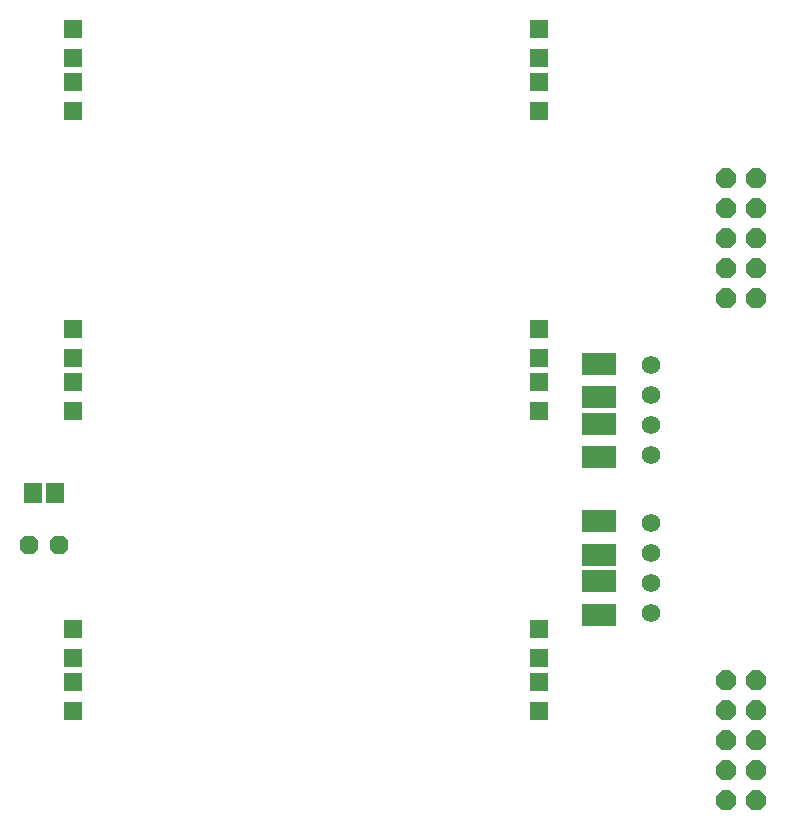
<source format=gbs>
G75*
%MOIN*%
%OFA0B0*%
%FSLAX25Y25*%
%IPPOS*%
%LPD*%
%AMOC8*
5,1,8,0,0,1.08239X$1,22.5*
%
%ADD10R,0.06118X0.06906*%
%ADD11R,0.06150X0.06150*%
%ADD12C,0.06150*%
%ADD13OC8,0.06600*%
%ADD14R,0.11630X0.07299*%
%ADD15OC8,0.06200*%
D10*
X0020500Y0111840D03*
X0027980Y0111840D03*
D11*
X0033925Y0039025D03*
X0033925Y0048868D03*
X0033925Y0056742D03*
X0033925Y0066584D03*
X0033925Y0139025D03*
X0033925Y0148868D03*
X0033925Y0156742D03*
X0033925Y0166584D03*
X0033925Y0239025D03*
X0033925Y0248868D03*
X0033925Y0256742D03*
X0033925Y0266584D03*
X0189437Y0266584D03*
X0189437Y0256742D03*
X0189437Y0248868D03*
X0189437Y0239025D03*
X0189437Y0166584D03*
X0189437Y0156742D03*
X0189437Y0148868D03*
X0189437Y0139025D03*
X0189437Y0066584D03*
X0189437Y0056742D03*
X0189437Y0048868D03*
X0189437Y0039025D03*
D12*
X0226740Y0071840D03*
X0226740Y0081840D03*
X0226740Y0091840D03*
X0226740Y0101840D03*
X0226740Y0124340D03*
X0226740Y0134340D03*
X0226740Y0144340D03*
X0226740Y0154340D03*
D13*
X0251740Y0176840D03*
X0261740Y0176840D03*
X0261740Y0186840D03*
X0261740Y0196840D03*
X0261740Y0206840D03*
X0261740Y0216840D03*
X0251740Y0216840D03*
X0251740Y0206840D03*
X0251740Y0196840D03*
X0251740Y0186840D03*
X0251740Y0049340D03*
X0261740Y0049340D03*
X0261740Y0039340D03*
X0261740Y0029340D03*
X0261740Y0019340D03*
X0261740Y0009340D03*
X0251740Y0009340D03*
X0251740Y0019340D03*
X0251740Y0029340D03*
X0251740Y0039340D03*
D14*
X0209240Y0071328D03*
X0209240Y0082352D03*
X0209240Y0091328D03*
X0209240Y0102352D03*
X0209240Y0123828D03*
X0209240Y0134852D03*
X0209240Y0143828D03*
X0209240Y0154852D03*
D15*
X0029240Y0094340D03*
X0019240Y0094340D03*
M02*

</source>
